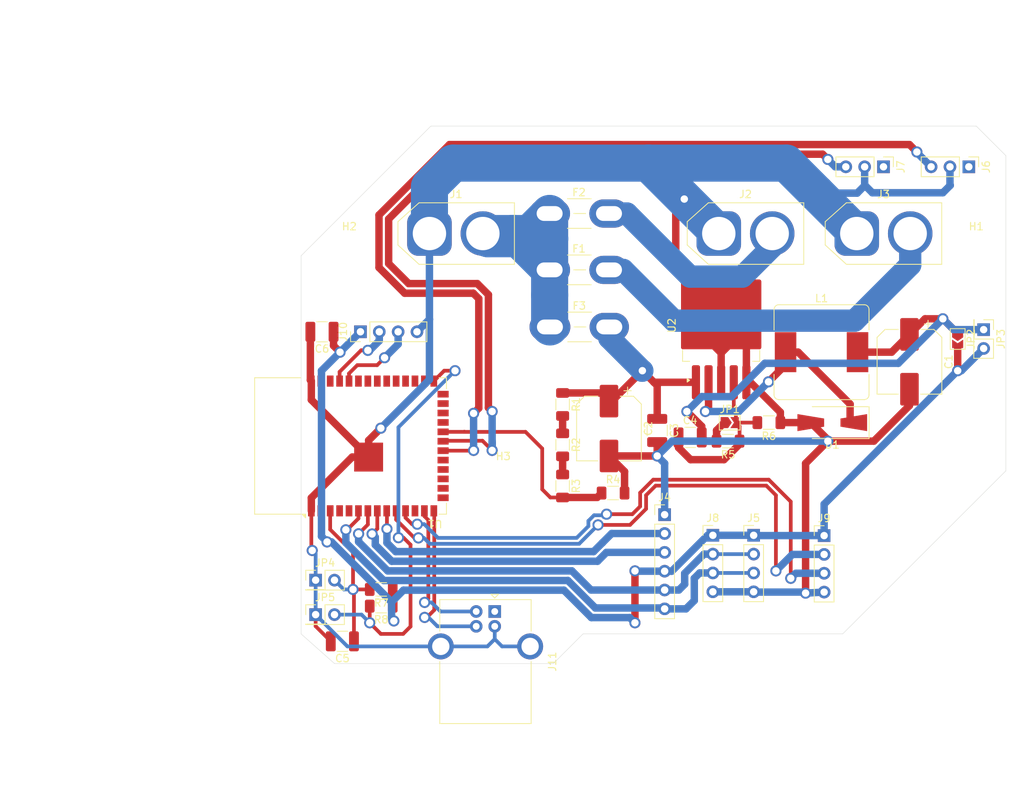
<source format=kicad_pcb>
(kicad_pcb (version 20241229) (generator "pcbnew") (generator_version "9.0")
  (layers (0 "F.Cu" signal) (2 "B.Cu" signal) (13 "F.Paste" user) (15 "B.Paste" user) (5 "F.SilkS" user "F.Silkscreen") (7 "B.SilkS" user "B.Silkscreen") (1 "F.Mask" user) (3 "B.Mask" user) (25 "Edge.Cuts" user))
  (net 0 "")
  (net 1 "GND")
  (net 2 "Net-(J1-Pin_2)")
  (net 3 "Net-(J2-Pin_2)")
  (net 4 "Net-(J3-Pin_2)")
  (net 5 "+BATT")
  (net 6 "Net-(JP1-A)")
  (net 7 "Net-(JP1-B)")
  (net 8 "+3V3")
  (net 9 "IO16_RXGPS")
  (net 10 "IO12_PWM1")
  (net 13 "IO13_PWM2")
  (net 14 "Net-(R1-Pad2)")
  (net 15 "Net-(R2-Pad2)")
  (net 16 "IO14_BatADC")
  (net 17 "Net-(D1-K)")
  (net 18 "EN")
  (net 19 "TX0")
  (net 20 "RX0")
  (net 21 "IO0")
  (net 22 "IO15_TXGPS")
  (net 29 "IO17_TXMOD")
  (net 45 "IO18_RXMOD")
  (net 47 "IO6_SCL")
  (net 48 "IO7_SDA")
  (net 49 "IO20_D+")
  (net 50 "IO19_D-")
  (footprint "Jumper:SolderJumper-2_P1.3mm_Open_TrianglePad1.0x1.5mm" (layer "F.Cu") (at 184.275 69.5)
    (property "Reference" "JP1")
    (property "Value" "Regulator Adj")
  )
  (footprint "Capacitor_SMD:CP_Elec_8x10.5" (layer "F.Cu") (at 168 70.3 -90)
    (property "Reference" "C2")
    (property "Value" "C")
  )
  (footprint "Connector_PinHeader_2.54mm:PinHeader_1x04_P2.54mm_Vertical" (layer "F.Cu") (at 187.5 84.7)
    (property "Reference" "J5")
    (property "Value" "I2C_1")
  )
  (footprint "Resistor_SMD:R_1206_3216Metric_Pad1.30x1.75mm_HandSolder" (layer "F.Cu") (at 137.3 94.25 180)
    (property "Reference" "R8")
    (property "Value" "R")
  )
  (footprint "Connector_PinHeader_2.54mm:PinHeader_2x01_P2.54mm_Vertical" (layer "F.Cu") (at 128.46 90.75)
    (property "Reference" "JP4")
    (property "Value" "Reset")
  )
  (footprint "Inductor_SMD:L_Bourns_SRR1260" (layer "F.Cu") (at 196.65 60)
    (property "Reference" "L1")
    (property "Value" "L")
  )
  (footprint "Connector_AMASS:AMASS_XT60-F_1x02_P7.20mm_Vertical" (layer "F.Cu") (at 182.8 44)
    (property "Reference" "J2")
    (property "Value" "BLDC1 POWER")
  )
  (footprint "Resistor_SMD:R_1206_3216Metric_Pad1.30x1.75mm_HandSolder" (layer "F.Cu") (at 168.55 79)
    (property "Reference" "R4")
    (property "Value" "R")
  )
  (footprint "Resistor_SMD:R_1206_3216Metric_Pad1.30x1.75mm_HandSolder" (layer "F.Cu") (at 161.75 67.05 -90)
    (property "Reference" "R1")
    (property "Value" "R")
  )
  (footprint "Capacitor_SMD:C_1210_3225Metric_Pad1.33x2.70mm_HandSolder" (layer "F.Cu") (at 132.0625 99 180)
    (property "Reference" "C5")
    (property "Value" "C")
  )
  (footprint "Connector_PinHeader_2.54mm:PinHeader_1x03_P2.54mm_Vertical" (layer "F.Cu") (at 205 35 -90)
    (property "Reference" "J7")
    (property "Value" "BLDC2 PWM")
  )
  (footprint "Connector_PinHeader_2.54mm:PinHeader_1x03_P2.54mm_Vertical" (layer "F.Cu") (at 216.5 35 -90)
    (property "Reference" "J6")
    (property "Value" "BLDC1 PWM")
  )
  (footprint "Fuse:Fuse_Blade_Mini_directSolder" (layer "F.Cu") (at 160 48.9)
    (property "Reference" "F1")
    (property "Value" "Fuse")
  )
  (footprint "Fuse:Fuse_Blade_Mini_directSolder" (layer "F.Cu") (at 160.04 56.6)
    (property "Reference" "F3")
    (property "Value" "Fuse")
  )
  (footprint "Capacitor_SMD:CP_Elec_8x10.5" (layer "F.Cu") (at 208.5 61.3 -90)
    (property "Reference" "C1")
    (property "Value" "C_Polarized")
  )
  (footprint "Connector_USB:USB_B_OST_USB-B1HSxx_Horizontal" (layer "F.Cu") (at 152.6 94.975 -90)
    (property "Reference" "J11")
    (property "Value" "USB_B")
  )
  (footprint "Capacitor_SMD:C_1210_3225Metric_Pad1.33x2.70mm_HandSolder" (layer "F.Cu") (at 174.5 70.5625 -90)
    (property "Reference" "C3")
    (property "Value" "C")
  )
  (footprint "Package_TO_SOT_SMD:TO-263-5_TabPin3" (layer "F.Cu") (at 183.12 56.41 90)
    (property "Reference" "U2")
    (property "Value" "LM2596S-ADJ")
  )
  (footprint "Connector_PinHeader_2.54mm:PinHeader_2x01_P2.54mm_Vertical" (layer "F.Cu") (at 128.46 95.4)
    (property "Reference" "JP5")
    (property "Value" "Boot")
  )
  (footprint "Connector_PinHeader_2.54mm:PinHeader_1x04_P2.54mm_Vertical" (layer "F.Cu") (at 182 84.7)
    (property "Reference" "J8")
    (property "Value" "I2C_2")
  )
  (footprint "Resistor_SMD:R_1206_3216Metric_Pad1.30x1.75mm_HandSolder" (layer "F.Cu") (at 184.05 72 180)
    (property "Reference" "R5")
    (property "Value" "R")
  )
  (footprint "Resistor_SMD:R_1206_3216Metric_Pad1.30x1.75mm_HandSolder" (layer "F.Cu") (at 161.75 78.05 -90)
    (property "Reference" "R3")
    (property "Value" "R")
  )
  (footprint "Connector_AMASS:AMASS_XT60-M_1x02_P7.20mm_Vertical" (layer "F.Cu") (at 143.8 44)
    (property "Reference" "J1")
    (property "Value" "battery supply")
  )
  (footprint "Connector_PinHeader_2.54mm:PinHeader_1x06_P2.54mm_Vertical" (layer "F.Cu") (at 175.5 81.92)
    (property "Reference" "J4")
    (property "Value" "GPS_MAG")
  )
  (footprint "Connector_PinHeader_2.54mm:PinHeader_1x04_P2.54mm_Vertical" (layer "F.Cu") (at 134.5 57.25 90)
    (property "Reference" "J10")
    (property "Value" "SERIAL0")
  )
  (footprint "MountingHole:MountingHole_3.2mm_M3" (layer "F.Cu") (at 153.75 78.25)
    (property "Reference" "H3")
    (property "Value" "MountingHole")
  )
  (footprint "MountingHole:MountingHole_3.2mm_M3" (layer "F.Cu") (at 217.5 47.25)
    (property "Reference" "H1")
    (property "Value" "MountingHole")
  )
  (footprint "Capacitor_SMD:C_1210_3225Metric_Pad1.33x2.70mm_HandSolder" (layer "F.Cu") (at 129.3125 57.25 180)
    (property "Reference" "C6")
    (property "Value" "C")
  )
  (footprint "Connector_PinHeader_2.54mm:PinHeader_1x04_P2.54mm_Vertical" (layer "F.Cu") (at 197 84.74)
    (property "Reference" "J9")
    (property "Value" "MOD_SERIAL")
  )
  (footprint "Resistor_SMD:R_1206_3216Metric_Pad1.30x1.75mm_HandSolder" (layer "F.Cu") (at 161.75 72.5 -90)
    (property "Reference" "R2")
    (property "Value" "R")
  )
  (footprint "Diode_SMD:D_SMA-SMB_Universal_Handsoldering" (layer "F.Cu") (at 198.1 69.5 180)
    (property "Reference" "D1")
    (property "Value" "D_Schottky")
  )
  (footprint "RF_Module:ESP32-S3-WROOM-1" (layer "F.Cu") (at 133.14 72.65 90)
    (property "Reference" "U1")
    (property "Value" "ESP32-S3-WROOM-1")
  )
  (footprint "Connector_PinHeader_2.54mm:PinHeader_2x01_P2.54mm_Vertical" (layer "F.Cu") (at 218.5 56.96 -90)
    (property "Reference" "JP3")
    (property "Value" "3V3_Disconnect_B")
  )
  (footprint "Fuse:Fuse_Blade_Mini_directSolder" (layer "F.Cu") (at 160 41.3)
    (property "Reference" "F2")
    (property "Value" "Fuse")
  )
  (footprint "Jumper:SolderJumper-2_P1.3mm_Open_TrianglePad1.0x1.5mm" (layer "F.Cu") (at 215 58.225 -90)
    (property "Reference" "JP2")
    (property "Value" "3V3_Disconnect")
  )
  (footprint "MountingHole:MountingHole_3.2mm_M3" (layer "F.Cu") (at 133 47.25)
    (property "Reference" "H2")
    (property "Value" "MountingHole")
  )
  (footprint "Connector_AMASS:AMASS_XT60-F_1x02_P7.20mm_Vertical" (layer "F.Cu") (at 201.4 44)
    (property "Reference" "J3")
    (property "Value" "BLDC2 POWER")
  )
  (footprint "Resistor_SMD:R_1206_3216Metric_Pad1.30x1.75mm_HandSolder" (layer "F.Cu") (at 137.3 92 180)
    (property "Reference" "R7")
    (property "Value" "R")
  )
  (footprint "Capacitor_SMD:C_1210_3225Metric_Pad1.33x2.70mm_HandSolder" (layer "F.Cu") (at 178.9375 71.5)
    (property "Reference" "C4")
    (property "Value" "C")
  )
  (footprint "Resistor_SMD:R_1206_3216Metric_Pad1.30x1.75mm_HandSolder" (layer "F.Cu") (at 189.55 69.5 180)
    (property "Reference" "R6")
    (property "Value" "R")
  )
  (gr_line (start 131 102) (end 126.5 98) (stroke (width 0.05)) (layer "Edge.Cuts"))
  (gr_line (start 221.5 33.5) (end 221.5 76) (stroke (width 0.05)) (layer "Edge.Cuts"))
  (gr_line (start 160.5 102) (end 164.5 98) (stroke (width 0.05)) (layer "Edge.Cuts"))
  (gr_line (start 127 46.5) (end 144 29.5) (stroke (width 0.05)) (layer "Edge.Cuts"))
  (gr_line (start 164.5 98) (end 199.5 98) (stroke (width 0.05)) (layer "Edge.Cuts"))
  (gr_line (start 126.5 47) (end 127 46.5) (stroke (width 0.05)) (layer "Edge.Cuts"))
  (gr_line (start 160.5 102) (end 131 102) (stroke (width 0.05)) (layer "Edge.Cuts"))
  (gr_line (start 126.5 98) (end 126.5 47) (stroke (width 0.05)) (layer "Edge.Cuts"))
  (gr_line (start 144 29.5) (end 217.5 29.5) (stroke (width 0.05)) (layer "Edge.Cuts"))
  (gr_line (start 217.5 29.5) (end 221.5 33.5) (stroke (width 0.05)) (layer "Edge.Cuts"))
  (gr_line (start 199.5 98) (end 221.5 76) (stroke (width 0.05)) (layer "Edge.Cuts"))
  (segment (start 170.1 79) (end 170.1 76.1) (width 1) (layer "F.Cu") (net 1))
  (segment (start 194.5 75) (end 197.5 72) (width 1) (layer "F.Cu") (net 1))
  (segment (start 183.12 64.06) (end 183.12 60.11) (width 1) (layer "F.Cu") (net 1))
  (segment (start 197.5 71.8) (end 195.2 69.5) (width 1) (layer "F.Cu") (net 1))
  (segment (start 177 49) (end 180.345 52.345) (width 1) (layer "F.Cu") (net 1))
  (segment (start 168 74) (end 174.5 74) (width 1) (layer "F.Cu") (net 1))
  (segment (start 135.6 74.15) (end 133.38 74.15) (width 1) (layer "F.Cu") (net 1))
  (segment (start 208.5 67.2) (end 203.7 72) (width 1) (layer "F.Cu") (net 1))
  (segment (start 177 40.5) (end 177 49) (width 1) (layer "F.Cu") (net 1))
  (segment (start 194.5 92.5) (end 194.5 75) (width 1) (layer "F.Cu") (net 1))
  (segment (start 133.38 74.15) (end 127.88 79.65) (width 1) (layer "F.Cu") (net 1))
  (segment (start 128.46 95.4) (end 128.46 96.96) (width 0.5) (layer "F.Cu") (net 1))
  (segment (start 128 86.75) (end 127.88 86.63) (width 0.5) (layer "F.Cu") (net 1))
  (segment (start 127.88 86.63) (end 127.88 81.4) (width 0.5) (layer "F.Cu") (net 1))
  (segment (start 186.52 57.96) (end 185.895 57.335) (width 1) (layer "F.Cu") (net 1))
  (segment (start 186.52 64.06) (end 186.52 57.96) (width 1) (layer "F.Cu") (net 1))
  (segment (start 178.15 39.35) (end 177 40.5) (width 1) (layer "F.Cu") (net 1))
  (segment (start 195.2 69.5) (end 191.1 69.5) (width 1) (layer "F.Cu") (net 1))
  (segment (start 208.5 65) (end 208.5 67.2) (width 1) (layer "F.Cu") (net 1))
  (segment (start 203.7 72) (end 197.7 72) (width 1) (layer "F.Cu") (net 1))
  (segment (start 197.5 72) (end 197.5 71.8) (width 1) (layer "F.Cu") (net 1))
  (segment (start 135.6 71.9) (end 137.25 70.25) (width 1) (layer "F.Cu") (net 1))
  (segment (start 127.88 79.65) (end 127.88 81.4) (width 1) (layer "F.Cu") (net 1))
  (segment (start 135.6 74.15) (end 135.6 71.9) (width 1) (layer "F.Cu") (net 1))
  (segment (start 127.88 66.43) (end 127.88 63.9) (width 1) (layer "F.Cu") (net 1))
  (segment (start 197.7 72) (end 197.7 72) (width 1) (layer "F.Cu") (net 1))
  (segment (start 170 79.1) (end 170.1 79) (width 1) (layer "F.Cu") (net 1))
  (segment (start 180.345 52.345) (end 180.345 52.485) (width 1) (layer "F.Cu") (net 1))
  (segment (start 186.52 64.06) (end 187.06 64.06) (width 1) (layer "F.Cu") (net 1))
  (segment (start 127.75 57.25) (end 127.75 63.77) (width 1) (layer "F.Cu") (net 1))
  (segment (start 127.75 63.77) (end 127.88 63.9) (width 1) (layer "F.Cu") (net 1))
  (segment (start 170.1 76.1) (end 168 74) (width 1) (layer "F.Cu") (net 1))
  (segment (start 183.12 60.11) (end 185.895 57.335) (width 1) (layer "F.Cu") (net 1))
  (segment (start 187.06 64.06) (end 191.1 68.1) (width 1) (layer "F.Cu") (net 1))
  (segment (start 183.12 60.11) (end 180.345 57.335) (width 1) (layer "F.Cu") (net 1))
  (segment (start 191.1 68.1) (end 191.1 69.5) (width 1) (layer "F.Cu") (net 1))
  (segment (start 135.6 74.15) (end 127.88 66.43) (width 1) (layer "F.Cu") (net 1))
  (segment (start 128.46 96.96) (end 130.5 99) (width 0.5) (layer "F.Cu") (net 1))
  (segment (start 197.7 72) (end 197.5 72) (width 1) (layer "F.Cu") (net 1))
  (segment (start 174.5 72.125) (end 174.5 74) (width 1) (layer "F.Cu") (net 1))
  (via (at 178.15 39.35) (size 1.5) (drill 1) (layers "F.Cu" "B.Cu") (net 1))
  (via (at 197.5 72) (size 1.5) (drill 1) (layers "F.Cu" "B.Cu") (net 1))
  (via (at 137.25 70.25) (size 1.5) (drill 1) (layers "F.Cu" "B.Cu") (net 1))
  (via (at 174.5 74) (size 1.5) (drill 1) (layers "F.Cu" "B.Cu") (net 1))
  (via (at 128 86.75) (size 1.5) (drill 1) (layers "F.Cu" "B.Cu") (net 1))
  (via (at 194.5 92.5) (size 1.5) (drill 1) (layers "F.Cu" "B.Cu") (net 1))
  (segment (start 128.46 95.4) (end 128.46 90.75) (width 0.5) (layer "B.Cu") (net 1))
  (segment (start 145.33 99.685) (end 151.615 99.685) (width 0.5) (layer "B.Cu") (net 1))
  (segment (start 214 37.5) (end 213.96 37.46) (width 1) (layer "B.Cu") (net 1))
  (segment (start 132.745 99.685) (end 128.46 95.4) (width 0.5) (layer "B.Cu") (net 1))
  (segment (start 191.9 34.5) (end 195.95 38.55) (width 5) (layer "B.Cu") (net 1))
  (segment (start 128.46 87.21) (end 128 86.75) (width 0.5) (layer "B.Cu") (net 1))
  (segment (start 176.5 72) (end 174.5 74) (width 1) (layer "B.Cu") (net 1))
  (segment (start 194.5 92.36) (end 187.54 92.36) (width 1) (layer "B.Cu") (net 1))
  (segment (start 203.5 38.5) (end 213 38.5) (width 1) (layer "B.Cu") (net 1))
  (segment (start 173.3 34.5) (end 182.8 44) (width 5) (layer "B.Cu") (net 1))
  (segment (start 197.5 72) (end 176.5 72) (width 1) (layer "B.Cu") (net 1))
  (segment (start 143.8 63.7) (end 143.8 55.57) (width 1) (layer "B.Cu") (net 1))
  (segment (start 202.54 37.54) (end 203.5 38.5) (width 1) (layer "B.Cu") (net 1))
  (segment (start 143.8 55.57) (end 143.8 44) (width 1) (layer "B.Cu") (net 1))
  (segment (start 128.46 90.75) (end 128.46 87.21) (width 0.5) (layer "B.Cu") (net 1))
  (segment (start 202.46 37.54) (end 201.45 38.55) (width 1) (layer "B.Cu") (net 1))
  (segment (start 213.96 37.46) (end 213.96 35) (width 1) (layer "B.Cu") (net 1))
  (segment (start 195.95 38.55) (end 201.4 44) (width 5) (layer "B.Cu") (net 1))
  (segment (start 151.615 99.685) (end 152.6 98.7) (width 0.5) (layer "B.Cu") (net 1))
  (segment (start 213 38.5) (end 214 37.5) (width 1) (layer "B.Cu") (net 1))
  (segment (start 194.5 92.5) (end 197 92.36) (width 1) (layer "B.Cu") (net 1))
  (segment (start 175.5 75) (end 174.5 74) (width 1) (layer "B.Cu") (net 1))
  (segment (start 202.46 37.54) (end 202.54 37.54) (width 1) (layer "B.Cu") (net 1))
  (segment (start 145.33 99.685) (end 132.745 99.685) (width 0.5) (layer "B.Cu") (net 1))
  (segment (start 143.8 44) (end 143.8 37.7) (width 5) (layer "B.Cu") (net 1))
  (segment (start 153.585 99.685) (end 152.6 98.7) (width 0.5) (layer "B.Cu") (net 1))
  (segment (start 152.6 98.7) (end 152.6 96.975) (width 0.5) (layer "B.Cu") (net 1))
  (segment (start 202.46 35) (end 202.46 37.54) (width 1) (layer "B.Cu") (net 1))
  (segment (start 201.45 38.55) (end 195.95 38.55) (width 1) (layer "B.Cu") (net 1))
  (segment (start 175.5 81.92) (end 175.5 75) (width 1) (layer "B.Cu") (net 1))
  (segment (start 187.54 92.36) (end 187.5 92.32) (width 1) (layer "B.Cu") (net 1))
  (segment (start 137.25 70.25) (end 143.8 63.7) (width 1) (layer "B.Cu") (net 1))
  (segment (start 142.12 57.25) (end 143.8 55.57) (width 1) (layer "B.Cu") (net 1))
  (segment (start 194.5 92.36) (end 194.5 92.5) (width 1) (layer "B.Cu") (net 1))
  (segment (start 143.8 37.7) (end 147 34.5) (width 5) (layer "B.Cu") (net 1))
  (segment (start 173.3 34.5) (end 191.9 34.5) (width 5) (layer "B.Cu") (net 1))
  (segment (start 147 34.5) (end 173.3 34.5) (width 5) (layer "B.Cu") (net 1))
  (segment (start 157.37 99.685) (end 153.585 99.685) (width 0.5) (layer "B.Cu") (net 1))
  (segment (start 182 92.32) (end 187.5 92.32) (width 1) (layer "B.Cu") (net 1))
  (segment (start 151 44) (end 155 44) (width 5) (layer "B.Cu") (net 2))
  (segment (start 160 48.9) (end 155.1 44) (width 5) (layer "B.Cu") (net 2))
  (segment (start 157.3 44) (end 160 41.3) (width 5) (layer "B.Cu") (net 2))
  (segment (start 160 56.56) (end 160.04 56.6) (width 5) (layer "B.Cu") (net 2))
  (segment (start 155 44) (end 157.3 44) (width 5) (layer "B.Cu") (net 2))
  (segment (start 160 44.7) (end 151.7 44.7) (width 5) (layer "B.Cu") (net 2))
  (segment (start 160 48.9) (end 160 52.3) (width 5) (layer "B.Cu") (net 2))
  (segment (start 160 44.7) (end 160 48.9) (width 5) (layer "B.Cu") (net 2))
  (segment (start 160 52.3) (end 160 56.56) (width 5) (layer "B.Cu") (net 2))
  (segment (start 160 41.3) (end 160 44.7) (width 5) (layer "B.Cu") (net 2))
  (segment (start 155.1 44) (end 155 44) (width 5) (layer "B.Cu") (net 2))
  (segment (start 151.7 44.7) (end 151 44) (width 5) (layer "B.Cu") (net 2))
  (segment (start 178.93 49.81) (end 185.98 49.81) (width 3) (layer "B.Cu") (net 3))
  (segment (start 185.98 49.81) (end 190 45.79) (width 3) (layer "B.Cu") (net 3))
  (segment (start 190 45.79) (end 190 44) (width 3) (layer "B.Cu") (net 3))
  (segment (start 168 41.3) (end 170.42 41.3) (width 3) (layer "B.Cu") (net 3))
  (segment (start 170.42 41.3) (end 178.93 49.81) (width 3) (layer "B.Cu") (net 3))
  (segment (start 208.6 48.24264) (end 208.6 44) (width 3) (layer "B.Cu") (net 4))
  (segment (start 169.9 48.9) (end 176.75 55.75) (width 3) (layer "B.Cu") (net 4))
  (segment (start 176.75 55.75) (end 201.09264 55.75) (width 3) (layer "B.Cu") (net 4))
  (segment (start 201.09264 55.75) (end 208.6 48.24264) (width 3) (layer "B.Cu") (net 4))
  (segment (start 168 48.9) (end 169.9 48.9) (width 3) (layer "B.Cu") (net 4))
  (segment (start 174 64) (end 172.5 62.5) (width 1) (layer "F.Cu") (net 5))
  (segment (start 174.5 64.5) (end 174.06 64.06) (width 1) (layer "F.Cu") (net 5))
  (segment (start 174.5 69) (end 174.5 64.5) (width 1) (layer "F.Cu") (net 5))
  (segment (start 168.4 66.6) (end 172.5 62.5) (width 1) (layer "F.Cu") (net 5))
  (segment (start 166.9 65.5) (end 168 66.6) (width 1) (layer "F.Cu") (net 5))
  (segment (start 179.72 64.06) (end 174.06 64.06) (width 1) (layer "F.Cu") (net 5))
  (segment (start 174.06 64.06) (end 174 64) (width 1) (layer "F.Cu") (net 5))
  (segment (start 161.75 65.5) (end 166.9 65.5) (width 1) (layer "F.Cu") (net 5))
  (segment (start 168 66.6) (end 168.4 66.6) (width 1) (layer "F.Cu") (net 5))
  (via (at 172.5 62.5) (size 1.5) (drill 1) (layers "F.Cu" "B.Cu") (net 5))
  (segment (start 172.46 62.5) (end 172.5 62.5) (width 3) (layer "B.Cu") (net 5))
  (segment (start 168.04 56.6) (end 168.04 58.08) (width 3) (layer "B.Cu") (net 5))
  (segment (start 168.04 58.08) (end 172.46 62.5) (width 3) (layer "B.Cu") (net 5))
  (segment (start 206.1 60) (end 208.5 57.6) (width 1) (layer "F.Cu") (net 6))
  (segment (start 182.5 72) (end 182.5 70.545) (width 1) (layer "F.Cu") (net 6))
  (segment (start 210.6 55.5) (end 213 55.5) (width 1) (layer "F.Cu") (net 6))
  (segment (start 182.5 72) (end 181 72) (width 1) (layer "F.Cu") (net 6))
  (segment (start 180.5 70) (end 178.5 68) (width 1) (layer "F.Cu") (net 6))
  (segment (start 201.5 60) (end 206.1 60) (width 1) (layer "F.Cu") (net 6))
  (segment (start 182.5 70.545) (end 183.545 69.5) (width 1) (layer "F.Cu") (net 6))
  (segment (start 181 72) (end 180.5 71.5) (width 1) (layer "F.Cu") (net 6))
  (segment (start 180.5 71.5) (end 180.5 70) (width 1) (layer "F.Cu") (net 6))
  (segment (start 213 55.5) (end 215 57.5) (width 1) (layer "F.Cu") (net 6))
  (segment (start 208.5 57.6) (end 210.6 55.5) (width 1) (layer "F.Cu") (net 6))
  (via (at 213 55.5) (size 1.5) (drill 1) (layers "F.Cu" "B.Cu") (net 6))
  (via (at 178.5 68) (size 1.5) (drill 1) (layers "F.Cu" "B.Cu") (net 6))
  (segment (start 178.5 68) (end 180.5 66) (width 1) (layer "B.Cu") (net 6))
  (segment (start 214.46 56.96) (end 213 55.5) (width 1) (layer "B.Cu") (net 6))
  (segment (start 189 61.5) (end 207 61.5) (width 1) (layer "B.Cu") (net 6))
  (segment (start 218.5 56.96) (end 214.46 56.96) (width 1) (layer "B.Cu") (net 6))
  (segment (start 207 61.5) (end 213 55.5) (width 1) (layer "B.Cu") (net 6))
  (segment (start 184.5 66) (end 189 61.5) (width 1) (layer "B.Cu") (net 6))
  (segment (start 180.5 66) (end 184.5 66) (width 1) (layer "B.Cu") (net 6))
  (segment (start 185.104903 67.604903) (end 185.104903 69.5) (width 0.5) (layer "F.Cu") (net 7))
  (segment (start 177.375 72.875) (end 179 74.5) (width 1) (layer "F.Cu") (net 7))
  (segment (start 184.82 67.32) (end 185.104903 67.604903) (width 0.5) (layer "F.Cu") (net 7))
  (segment (start 183.5 74.5) (end 185.6 72.4) (width 1) (layer "F.Cu") (net 7))
  (segment (start 184.82 64.06) (end 184.82 67.32) (width 0.5) (layer "F.Cu") (net 7))
  (segment (start 188 69.5) (end 185.104903 69.5) (width 0.5) (layer "F.Cu") (net 7))
  (segment (start 185.6 69.995097) (end 185.104903 69.5) (width 0.5) (layer "F.Cu") (net 7))
  (segment (start 177.375 71.5) (end 177.375 72.875) (width 1) (layer "F.Cu") (net 7))
  (segment (start 185.6 72) (end 185.6 69.995097) (width 0.5) (layer "F.Cu") (net 7))
  (segment (start 179 74.5) (end 183.5 74.5) (width 1) (layer "F.Cu") (net 7))
  (segment (start 185.6 72.4) (end 185.6 72) (width 1) (layer "F.Cu") (net 7))
  (segment (start 138.85 92) (end 138.85 94.25) (width 0.5) (layer "F.Cu") (net 8))
  (segment (start 130.875 57.25) (end 130.875 59.125) (width 1) (layer "F.Cu") (net 8))
  (segment (start 215 62.5) (end 215 59.304903) (width 1) (layer "F.Cu") (net 8))
  (segment (start 130.875 59.125) (end 131.75 60) (width 1) (layer "F.Cu") (net 8))
  (segment (start 171.5 89.5) (end 171.5 96.5) (width 1) (layer "F.Cu") (net 8))
  (segment (start 138.85 94.25) (end 138.85 96.1) (width 0.5) (layer "F.Cu") (net 8))
  (segment (start 175.46 89.5) (end 175.5 89.54) (width 1) (layer "F.Cu") (net 8))
  (segment (start 130 85.592537) (end 129.15 84.742537) (width 0.5) (layer "F.Cu") (net 8))
  (segment (start 138.85 96.1) (end 139 96.25) (width 0.5) (layer "F.Cu") (net 8))
  (segment (start 129.15 84.742537) (end 129.15 81.4) (width 0.5) (layer "F.Cu") (net 8))
  (via (at 131.75 60) (size 1.5) (drill 1) (layers "F.Cu" "B.Cu") (net 8))
  (via (at 171.5 89.5) (size 1.5) (drill 1) (layers "F.Cu" "B.Cu") (net 8))
  (via (at 171.5 96.5) (size 1.5) (drill 1) (layers "F.Cu" "B.Cu") (net 8))
  (via (at 215 62.5) (size 1.5) (drill 1) (layers "F.Cu" "B.Cu") (net 8))
  (via (at 139 96.25) (size 1.5) (drill 1) (layers "F.Cu" "B.Cu") (net 8))
  (via (at 130 85.592537) (size 1.5) (drill 1) (layers "F.Cu" "B.Cu") (net 8))
  (segment (start 130.592537 85.592537) (end 130 85.592537) (width 1) (layer "B.Cu") (net 8))
  (segment (start 165.623044 95.8) (end 161.923044 92.1) (width 1) (layer "B.Cu") (net 8))
  (segment (start 187.54 84.74) (end 187.5 84.7) (width 1) (layer "B.Cu") (net 8))
  (segment (start 138.7 95.95) (end 139 96.25) (width 1) (layer "B.Cu") (net 8))
  (segment (start 161.923044 92.1) (end 140.3 92.1) (width 1) (layer "B.Cu") (net 8))
  (segment (start 175.5 89.54) (end 176.46 89.54) (width 1) (layer "B.Cu") (net 8))
  (segment (start 175.5 89.54) (end 171.54 89.54) (width 1) (layer "B.Cu") (net 8))
  (segment (start 197 84.74) (end 192.5 84.74) (width 1) (layer "B.Cu") (net 8))
  (segment (start 138.7 93.7) (end 138.7 95.95) (width 1) (layer "B.Cu") (net 8))
  (segment (start 130 85.592537) (end 129.25 84.842537) (width 1) (layer "B.Cu") (net 8))
  (segment (start 171.5 96.5) (end 170.8 95.8) (width 1) (layer "B.Cu") (net 8))
  (segment (start 129.25 62.5) (end 131.75 60) (width 1) (layer "B.Cu") (net 8))
  (segment (start 170.8 95.8) (end 165.623044 95.8) (width 1) (layer "B.Cu") (net 8))
  (segment (start 215 62.5) (end 197 80.5) (width 1) (layer "B.Cu") (net 8))
  (segment (start 215.5 62.5) (end 215 62.5) (width 1) (layer "B.Cu") (net 8))
  (segment (start 218.5 59.5) (end 215.5 62.5) (width 1) (layer "B.Cu") (net 8))
  (segment (start 140.3 92.1) (end 138.7 93.7) (width 1) (layer "B.Cu") (net 8))
  (segment (start 192.5 84.74) (end 187.54 84.74) (width 1) (layer "B.Cu") (net 8))
  (segment (start 129.25 84.842537) (end 129.25 62.5) (width 1) (layer "B.Cu") (net 8))
  (segment (start 176.46 89.54) (end 181.3 84.7) (width 1) (layer "B.Cu") (net 8))
  (segment (start 182 84.7) (end 187.5 84.7) (width 1) (layer "B.Cu") (net 8))
  (segment (start 171.54 89.54) (end 171.5 89.5) (width 1) (layer "B.Cu") (net 8))
  (segment (start 131.75 60) (end 134.5 57.25) (width 1) (layer "B.Cu") (net 8))
  (segment (start 138.7 93.7) (end 130.592537 85.592537) (width 1) (layer "B.Cu") (net 8))
  (segment (start 197 80.5) (end 197 84.74) (width 1) (layer "B.Cu") (net 8))
  (segment (start 139.125 96.375) (end 139 96.25) (width 1) (layer "B.Cu") (net 8))
  (segment (start 181.3 84.7) (end 182 84.7) (width 1) (layer "B.Cu") (net 8))
  (segment (start 138.069764 83.843298) (end 138.07 83.843062) (width 0.5) (layer "F.Cu") (net 9))
  (segment (start 138.07 83.843062) (end 138.07 81.43) (width 0.5) (layer "F.Cu") (net 9))
  (segment (start 138.07 81.43) (end 138.04 81.4) (width 0.5) (layer "F.Cu") (net 9))
  (via (at 138.069764 83.843298) (size 1.5) (drill 1) (layers "F.Cu" "B.Cu") (net 9))
  (segment (start 138.069764 85.714438) (end 139.254326 86.899) (width 1) (layer "B.Cu") (net 9))
  (segment (start 168.363044 84.46) (end 175.5 84.46) (width 1) (layer "B.Cu") (net 9))
  (segment (start 167.124044 85.699) (end 168.363044 84.46) (width 1) (layer "B.Cu") (net 9))
  (segment (start 165.92263 86.899) (end 167.12263 85.699) (width 1) (layer "B.Cu") (net 9))
  (segment (start 138.069764 83.843298) (end 138.069764 85.714438) (width 1) (layer "B.Cu") (net 9))
  (segment (start 167.12263 85.699) (end 167.124044 85.699) (width 1) (layer "B.Cu") (net 9))
  (segment (start 139.254326 86.899) (end 165.92263 86.899) (width 1) (layer "B.Cu") (net 9))
  (segment (start 149.711522 52.05) (end 150.45 52.788478) (width 1) (layer "F.Cu") (net 10))
  (segment (start 209.5 33) (end 208.5 32) (width 1) (layer "F.Cu") (net 10))
  (segment (start 150.45 67.55) (end 149.75 68.25) (width 1) (layer "F.Cu") (net 10))
  (segment (start 140.461522 52.05) (end 149.711522 52.05) (width 1) (layer "F.Cu") (net 10))
  (segment (start 145.64 73.285) (end 149.715 73.285) (width 0.5) (layer "F.Cu") (net 10))
  (segment (start 137 48.588478) (end 140.461522 52.05) (width 1) (layer "F.Cu") (net 10))
  (segment (start 208.5 32) (end 146.5 32) (width 1) (layer "F.Cu") (net 10))
  (segment (start 150.45 52.788478) (end 150.45 67.55) (width 1) (layer "F.Cu") (net 10))
  (segment (start 137 41.5) (end 137 48.588478) (width 1) (layer "F.Cu") (net 10))
  (segment (start 146.5 32) (end 137 41.5) (width 1) (layer "F.Cu") (net 10))
  (segment (start 149.715 73.285) (end 149.75 73.25) (width 0.5) (layer "F.Cu") (net 10))
  (via (at 149.75 68.25) (size 1.5) (drill 1) (layers "F.Cu" "B.Cu") (net 10))
  (via (at 209.5 33) (size 1.5) (drill 1) (layers "F.Cu" "B.Cu") (net 10))
  (via (at 149.75 73.25) (size 1.5) (drill 1) (layers "F.Cu" "B.Cu") (net 10))
  (segment (start 209.42 33) (end 209.5 33.08) (width 1) (layer "B.Cu") (net 10))
  (segment (start 149.75 68.25) (end 149.75 73.25) (width 1) (layer "B.Cu") (net 10))
  (segment (start 211.42 35) (end 209.5 33.08) (width 1) (layer "B.Cu") (net 10))
  (segment (start 209.5 33.08) (end 209.5 33) (width 1) (layer "B.Cu") (net 10))
  (segment (start 209.5 33) (end 209.42 33) (width 1) (layer "B.Cu") (net 10))
  (segment (start 147.038478 33.3) (end 138.3 42.038478) (width 1) (layer "F.Cu") (net 13))
  (segment (start 196.8 33.3) (end 147.038478 33.3) (width 1) (layer "F.Cu") (net 13))
  (segment (start 150.25 50.75) (end 151.75 52.25) (width 1) (layer "F.Cu") (net 13))
  (segment (start 152.25 73.25) (end 150.95 71.95) (width 0.5) (layer "F.Cu") (net 13))
  (segment (start 151.75 67.5) (end 152.25 68) (width 1) (layer "F.Cu") (net 13))
  (segment (start 145.705 71.95) (end 145.64 72.015) (width 0.5) (layer "F.Cu") (net 13))
  (segment (start 138.3 48.05) (end 141 50.75) (width 1) (layer "F.Cu") (net 13))
  (segment (start 138.3 42.038478) (end 138.3 48.05) (width 1) (layer "F.Cu") (net 13))
  (segment (start 141 50.75) (end 150.25 50.75) (width 1) (layer "F.Cu") (net 13))
  (segment (start 197.5 34) (end 196.8 33.3) (width 1) (layer "F.Cu") (net 13))
  (segment (start 151.75 52.25) (end 151.75 67.5) (width 1) (layer "F.Cu") (net 13))
  (segment (start 150.95 71.95) (end 145.705 71.95) (width 0.5) (layer "F.Cu") (net 13))
  (via (at 197.5 34) (size 1.5) (drill 1) (layers "F.Cu" "B.Cu") (net 13))
  (via (at 152.25 68) (size 1.5) (drill 1) (layers "F.Cu" "B.Cu") (net 13))
  (via (at 152.25 73.25) (size 1.5) (drill 1) (layers "F.Cu" "B.Cu") (net 13))
  (segment (start 198.5 35) (end 197.5 34) (width 1) (layer "B.Cu") (net 13))
  (segment (start 152.25 68) (end 152.25 73.25) (width 1) (layer "B.Cu") (net 13))
  (segment (start 199.92 35) (end 198.5 35) (width 1) (layer "B.Cu") (net 13))
  (segment (start 152.25 72.25) (end 152.25 72) (width 1) (layer "B.Cu") (net 13))
  (segment (start 152.25 73.25) (end 152.25 72.25) (width 1) (layer "B.Cu") (net 13))
  (segment (start 161.75 68.6) (end 161.75 70.95) (width 1) (layer "F.Cu") (net 14))
  (segment (start 161.75 76.5) (end 161.75 74.05) (width 1) (layer "F.Cu") (net 15))
  (segment (start 159 73) (end 156.75 70.75) (width 0.5) (layer "F.Cu") (net 16))
  (segment (start 161.75 79.6) (end 166.4 79.6) (width 1) (layer "F.Cu") (net 16))
  (segment (start 156.75 70.75) (end 148.51 70.75) (width 0.5) (layer "F.Cu") (net 16))
  (segment (start 148.51 70.75) (end 148.505 70.745) (width 0.5) (layer "F.Cu") (net 16))
  (segment (start 166.4 79.6) (end 167 79) (width 1) (layer "F.Cu") (net 16))
  (segment (start 161.75 79.6) (end 160.1 79.6) (width 0.5) (layer "F.Cu") (net 16))
  (segment (start 160.1 79.6) (end 159 78.5) (width 0.5) (layer "F.Cu") (net 16))
  (segment (start 159 78.5) (end 159 73) (width 0.5) (layer "F.Cu") (net 16))
  (segment (start 148.505 70.745) (end 145.64 70.745) (width 0.5) (layer "F.Cu") (net 16))
  (segment (start 201 69.5) (end 200.5 69) (width 1) (layer "F.Cu") (net 17))
  (segment (start 181.42 64.06) (end 181.42 67.58) (width 1) (layer "F.Cu") (net 17))
  (segment (start 193.5 60) (end 191.8 60) (width 1) (layer "F.Cu") (net 17))
  (segment (start 181.42 67.58) (end 181 68) (width 1) (layer "F.Cu") (net 17))
  (segment (start 191.8 60) (end 191.8 61.7) (width 1) (layer "F.Cu") (net 17))
  (segment (start 191.8 61.7) (end 189.5 64) (width 1) (layer "F.Cu") (net 17))
  (segment (start 200.5 67) (end 193.5 60) (width 1) (layer "F.Cu") (net 17))
  (segment (start 200.5 69) (end 200.5 67) (width 1) (layer "F.Cu") (net 17))
  (segment (start 181.4 64.08) (end 181.42 64.06) (width 1) (layer "F.Cu") (net 17))
  (via (at 189.5 64) (size 1.5) (drill 1) (layers "F.Cu" "B.Cu") (net 17))
  (via (at 181 68) (size 1.5) (drill 1) (layers "F.Cu" "B.Cu") (net 17))
  (segment (start 185.5 68) (end 189.5 64) (width 1) (layer "B.Cu") (net 17))
  (segment (start 181 68) (end 185.5 68) (width 1) (layer "B.Cu") (net 17))
  (segment (start 133.5 87) (end 130.42 83.92) (width 0.5) (layer "F.Cu") (net 18))
  (segment (start 133.5 92) (end 133.5 87) (width 0.5) (layer "F.Cu") (net 18))
  (segment (start 133.625 99) (end 133.625 92.125) (width 0.5) (layer "F.Cu") (net 18))
  (segment (start 135.75 92) (end 133.5 92) (width 0.5) (layer "F.Cu") (net 18))
  (segment (start 133.625 92.125) (end 133.5 92) (width 0.5) (layer "F.Cu") (net 18))
  (segment (start 130.42 83.92) (end 130.42 81.4) (width 0.5) (layer "F.Cu") (net 18))
  (via (at 133.5 92) (size 1.5) (drill 1) (layers "F.Cu" "B.Cu") (net 18))
  (segment (start 132.25 92) (end 133.5 92) (width 0.5) (layer "B.Cu") (net 18))
  (segment (start 131 90.75) (end 132.25 92) (width 0.5) (layer "B.Cu") (net 18))
  (segment (start 131.69 63.9) (end 131.69 62.65) (width 0.5) (layer "F.Cu") (net 19))
  (segment (start 131.69 62.65) (end 134.59 59.75) (width 0.5) (layer "F.Cu") (net 19))
  (segment (start 134.59 59.75) (end 135.5 59.75) (width 0.5) (layer "F.Cu") (net 19))
  (via (at 135.5 59.75) (size 1.5) (drill 1) (layers "F.Cu" "B.Cu") (net 19))
  (segment (start 135.5 60) (end 135.75 59.75) (width 1) (layer "B.Cu") (net 19))
  (segment (start 137.04 57.25) (end 137.04 58.46) (width 1) (layer "B.Cu") (net 19))
  (segment (start 135.75 59.75) (end 135.5 59.75) (width 1) (layer "B.Cu") (net 19))
  (segment (start 137.04 58.46) (end 135.75 59.75) (width 1) (layer "B.Cu") (net 19))
  (segment (start 135.5 59.75) (end 135.5 60) (width 1) (layer "B.Cu") (net 19))
  (segment (start 136.75 61.75) (end 137.75 60.75) (width 0.5) (layer "F.Cu") (net 20))
  (segment (start 132.96 62.87) (end 134.08 61.75) (width 0.5) (layer "F.Cu") (net 20))
  (segment (start 134.08 61.75) (end 136.75 61.75) (width 0.5) (layer "F.Cu") (net 20))
  (segment (start 132.96 63.9) (end 132.96 62.87) (width 0.5) (layer "F.Cu") (net 20))
  (via (at 137.75 60.75) (size 1.5) (drill 1) (layers "F.Cu" "B.Cu") (net 20))
  (segment (start 139.58 58.92) (end 137.75 60.75) (width 1) (layer "B.Cu") (net 20))
  (segment (start 139.58 57.25) (end 139.58 58.92) (width 1) (layer "B.Cu") (net 20))
  (segment (start 145.79 62.5) (end 144.39 63.9) (width 0.5) (layer "F.Cu") (net 21))
  (segment (start 147.25 62.5) (end 145.79 62.5) (width 0.5) (layer "F.Cu") (net 21))
  (segment (start 141.25 85.971265) (end 141.25 97) (width 0.5) (layer "F.Cu") (net 21))
  (segment (start 137.25 98) (end 135.75 96.5) (width 0.5) (layer "F.Cu") (net 21))
  (segment (start 139.619764 85.025591) (end 140.304326 85.025591) (width 0.5) (layer "F.Cu") (net 21))
  (segment (start 135.75 96.5) (end 135.75 94.25) (width 0.5) (layer "F.Cu") (net 21))
  (segment (start 140.304326 85.025591) (end 141.25 85.971265) (width 0.5) (layer "F.Cu") (net 21))
  (segment (start 141.25 97) (end 140.25 98) (width 0.5) (layer "F.Cu") (net 21))
  (segment (start 140.25 98) (end 137.25 98) (width 0.5) (layer "F.Cu") (net 21))
  (via (at 135.75 96.5) (size 1.5) (drill 1) (layers "F.Cu" "B.Cu") (net 21))
  (via (at 147.25 62.5) (size 1.5) (drill 1) (layers "F.Cu" "B.Cu") (net 21))
  (via (at 139.619764 85.025591) (size 1.5) (drill 1) (layers "F.Cu" "B.Cu") (net 21))
  (segment (start 139.619764 70.130236) (end 147.25 62.5) (width 0.5) (layer "B.Cu") (net 21))
  (segment (start 139.619764 85.025591) (end 139.619764 70.130236) (width 0.5) (layer "B.Cu") (net 21))
  (segment (start 134.65 95.4) (end 131 95.4) (width 0.5) (layer "B.Cu") (net 21))
  (segment (start 147.25 62.5) (end 147 62.75) (width 0.5) (layer "B.Cu") (net 21))
  (segment (start 135.75 96.5) (end 134.65 95.4) (width 0.5) (layer "B.Cu") (net 21))
  (segment (start 136.77 83.818479) (end 136.77 81.4) (width 0.5) (layer "F.Cu") (net 22))
  (segment (start 136.069241 84.519238) (end 136.77 83.818479) (width 0.5) (layer "F.Cu") (net 22))
  (via (at 136.069241 84.519238) (size 1.5) (drill 1) (layers "F.Cu" "B.Cu") (net 22))
  (segment (start 136.069241 84.519238) (end 136.5 84.949997) (width 1) (layer "B.Cu") (net 22))
  (segment (start 167.661522 87) (end 175.5 87) (width 1) (layer "B.Cu") (net 22))
  (segment (start 136.5 84.949997) (end 136.5 85.984566) (width 1) (layer "B.Cu") (net 22))
  (segment (start 136.5 85.984566) (end 138.715434 88.2) (width 1) (layer "B.Cu") (net 22))
  (segment (start 166.461522 88.2) (end 167.661522 87) (width 1) (layer "B.Cu") (net 22))
  (segment (start 138.715434 88.2) (end 166.461522 88.2) (width 1) (layer "B.Cu") (net 22))
  (segment (start 170.832786 83.3) (end 166.525 83.3) (width 0.5) (layer "F.Cu") (net 29))
  (segment (start 173.001 81.131786) (end 170.832786 83.3) (width 0.5) (layer "F.Cu") (net 29))
  (segment (start 189.206692 78.001) (end 174.293308 78.001) (width 0.5) (layer "F.Cu") (net 29))
  (segment (start 173.001 79.293308) (end 173.001 81.131786) (width 0.5) (layer "F.Cu") (net 29))
  (segment (start 141.767032 85.05) (end 139.31 82.592968) (width 0.5) (layer "F.Cu") (net 29))
  (segment (start 190.5 89.5) (end 190.5 79.294308) (width 0.5) (layer "F.Cu") (net 29))
  (segment (start 190.5 79.294308) (end 189.206692 78.001) (width 0.5) (layer "F.Cu") (net 29))
  (segment (start 139.31 82.592968) (end 139.31 81.4) (width 0.5) (layer "F.Cu") (net 29))
  (segment (start 174.293308 78.001) (end 173.001 79.293308) (width 0.5) (layer "F.Cu") (net 29))
  (segment (start 142.315296 85.05) (end 141.767032 85.05) (width 0.5) (layer "F.Cu") (net 29))
  (via (at 166.525 83.3) (size 1.5) (drill 1) (layers "F.Cu" "B.Cu") (net 29))
  (via (at 190.5 89.5) (size 1.5) (drill 1) (layers "F.Cu" "B.Cu") (net 29))
  (via (at 142.315296 85.05) (size 1.5) (drill 1) (layers "F.Cu" "B.Cu") (net 29))
  (segment (start 192.72 87.28) (end 190.5 89.5) (width 1) (layer "B.Cu") (net 29))
  (segment (start 197 87.28) (end 192.72 87.28) (width 1) (layer "B.Cu") (net 29))
  (segment (start 163.977 85.848) (end 166.525 83.3) (width 0.5) (layer "B.Cu") (net 29))
  (segment (start 143.05 85.05) (end 143.848 85.848) (width 0.5) (layer "B.Cu") (net 29))
  (segment (start 143.848 85.848) (end 163.977 85.848) (width 0.5) (layer "B.Cu") (net 29))
  (segment (start 190.5 89.5) (end 190.75 89.25) (width 1) (layer "B.Cu") (net 29))
  (segment (start 142.315296 85.05) (end 143.05 85.05) (width 0.5) (layer "B.Cu") (net 29))
  (segment (start 141.45 83.2) (end 140.58 82.33) (width 0.5) (layer "F.Cu") (net 45))
  (segment (start 192.5 80.161522) (end 189.538478 77.2) (width 0.5) (layer "F.Cu") (net 45))
  (segment (start 173.961522 77.2) (end 172.2 78.961522) (width 0.5) (layer "F.Cu") (net 45))
  (segment (start 140.58 82.33) (end 140.58 81.4) (width 0.5) (layer "F.Cu") (net 45))
  (segment (start 142.155692 83.2) (end 141.45 83.2) (width 0.5) (layer "F.Cu") (net 45))
  (segment (start 172.2 80.8) (end 171.15 81.85) (width 0.5) (layer "F.Cu") (net 45))
  (segment (start 171.15 81.85) (end 167.675 81.85) (width 0.5) (layer "F.Cu") (net 45))
  (segment (start 172.2 78.961522) (end 172.2 80.8) (width 0.5) (layer "F.Cu") (net 45))
  (segment (start 189.538478 77.2) (end 173.961522 77.2) (width 0.5) (layer "F.Cu") (net 45))
  (segment (start 192.5 90.5) (end 192.5 80.161522) (width 0.5) (layer "F.Cu") (net 45))
  (via (at 167.675 81.85) (size 1.5) (drill 1) (layers "F.Cu" "B.Cu") (net 45))
  (via (at 192.5 90.5) (size 1.5) (drill 1) (layers "F.Cu" "B.Cu") (net 45))
  (via (at 142.155692 83.2) (size 1.5) (drill 1) (layers "F.Cu" "B.Cu") (net 45))
  (segment (start 197 89.82) (end 193.18 89.82) (width 1) (layer "B.Cu") (net 45))
  (segment (start 163.645214 85.047) (end 165.224 83.468214) (width 0.5) (layer "B.Cu") (net 45))
  (segment (start 165.224 82.761108) (end 165.986108 81.999) (width 0.5) (layer "B.Cu") (net 45))
  (segment (start 143.10021 83.2) (end 144.94721 85.047) (width 0.5) (layer "B.Cu") (net 45))
  (segment (start 193.18 89.82) (end 192.5 90.5) (width 1) (layer "B.Cu") (net 45))
  (segment (start 165.986108 81.999) (end 167.063892 81.999) (width 0.5) (layer "B.Cu") (net 45))
  (segment (start 165.224 83.468214) (end 165.224 82.761108) (width 0.5) (layer "B.Cu") (net 45))
  (segment (start 144.94721 85.047) (end 163.645214 85.047) (width 0.5) (layer "B.Cu") (net 45))
  (segment (start 142.155692 83.2) (end 143.10021 83.2) (width 0.5) (layer "B.Cu") (net 45))
  (segment (start 167.294946 82.230054) (end 167.675 81.85) (width 0.5) (layer "B.Cu") (net 45))
  (segment (start 167.063892 81.999) (end 167.294946 82.230054) (width 0.5) (layer "B.Cu") (net 45))
  (segment (start 132.699969 83.960031) (end 134.23 82.43) (width 0.5) (layer "F.Cu") (net 47))
  (segment (start 132.532897 83.960031) (end 132.699969 83.960031) (width 0.5) (layer "F.Cu") (net 47))
  (segment (start 134.23 82.43) (end 134.23 81.4) (width 0.5) (layer "F.Cu") (net 47))
  (via (at 132.532897 83.960031) (size 1.5) (drill 1) (layers "F.Cu" "B.Cu") (net 47))
  (segment (start 132.532897 83.960031) (end 132.532897 85.694419) (width 1) (layer "B.Cu") (net 47))
  (segment (start 179.5 90.5) (end 180.22 89.78) (width 1) (layer "B.Cu") (net 47))
  (segment (start 179.5 93.5) (end 179.5 90.5) (width 1) (layer "B.Cu") (net 47))
  (segment (start 178.38 94.62) (end 179.5 93.5) (width 1) (layer "B.Cu") (net 47))
  (segment (start 166.161522 94.5) (end 175.38 94.5) (width 1) (layer "B.Cu") (net 47))
  (segment (start 180.22 89.78) (end 182 89.78) (width 1) (layer "B.Cu") (net 47))
  (segment (start 175.38 94.5) (end 175.5 94.62) (width 1) (layer "B.Cu") (net 47))
  (segment (start 175.5 94.62) (end 178.38 94.62) (width 1) (layer "B.Cu") (net 47))
  (segment (start 132.532897 85.694419) (end 137.638478 90.8) (width 1) (layer "B.Cu") (net 47))
  (segment (start 137.638478 90.8) (end 162.461522 90.8) (width 1) (layer "B.Cu") (net 47))
  (segment (start 182 89.78) (end 187.5 89.78) (width 0.5) (layer "B.Cu") (net 47))
  (segment (start 162.461522 90.8) (end 166.161522 94.5) (width 1) (layer "B.Cu") (net 47))
  (segment (start 134.25 84.5) (end 135.5 83.25) (width 0.5) (layer "F.Cu") (net 48))
  (segment (start 135.5 83.25) (end 135.5 81.4) (width 0.5) (layer "F.Cu") (net 48))
  (via (at 134.25 84.5) (size 1.5) (drill 1) (layers "F.Cu" "B.Cu") (net 48))
  (segment (start 180.797919 87.24) (end 182 87.24) (width 1) (layer "B.Cu") (net 48))
  (segment (start 177.42 92.08) (end 178.2 91.3) (width 1) (layer "B.Cu") (net 48))
  (segment (start 182 87.24) (end 187.5 87.24) (width 0.5) (layer "B.Cu") (net 48))
  (segment (start 138.176956 89.5) (end 134.25 85.573044) (width 1) (layer "B.Cu") (net 48))
  (segment (start 134.25 85.573044) (end 134.25 84.5) (width 1) (layer "B.Cu") (net 48))
  (segment (start 178.2 89.837919) (end 180.797919 87.24) (width 1) (layer "B.Cu") (net 48))
  (segment (start 175.5 92.08) (end 165.58 92.08) (width 1) (layer "B.Cu") (net 48))
  (segment (start 165.58 92.08) (end 163 89.5) (width 1) (layer "B.Cu") (net 48))
  (segment (start 178.2 91.3) (end 178.2 89.837919) (width 1) (layer "B.Cu") (net 48))
  (segment (start 175.5 92.08) (end 177.42 92.08) (width 1) (layer "B.Cu") (net 48))
  (segment (start 163 89.5) (end 138.176956 89.5) (width 1) (layer "B.Cu") (net 48))
  (segment (start 144.45 81.46) (end 144.39 81.4) (width 0.5) (layer "F.Cu") (net 49))
  (segment (start 143.45 95.775) (end 144.45 94.775) (width 0.5) (layer "F.Cu") (net 49))
  (segment (start 143.15 95.775) (end 143.45 95.775) (width 0.5) (layer "F.Cu") (net 49))
  (segment (start 144.45 94.775) (end 144.45 81.46) (width 0.5) (layer "F.Cu") (net 49))
  (via (at 143.15 95.775) (size 1.5) (drill 1) (layers "F.Cu" "B.Cu") (net 49))
  (segment (start 144.875 96.975) (end 143.675 95.775) (width 0.5) (layer "B.Cu") (net 49))
  (segment (start 150.1 96.975) (end 144.875 96.975) (width 0.5) (layer "B.Cu") (net 49))
  (segment (start 143.675 95.775) (end 143.15 95.775) (width 0.5) (layer "B.Cu") (net 49))
  (segment (start 143.12 81.4) (end 143.12 82.12) (width 0.5) (layer "F.Cu") (net 50))
  (segment (start 143.649 93.251) (end 143.15 93.75) (width 0.5) (layer "F.Cu") (net 50))
  (segment (start 143.12 82.12) (end 143.649 82.649) (width 0.5) (layer "F.Cu") (net 50))
  (segment (start 143.649 82.649) (end 143.649 93.251) (width 0.5) (layer "F.Cu") (net 50))
  (via (at 143.15 93.75) (size 1.5) (drill 1) (layers "F.Cu" "B.Cu") (net 50))
  (segment (start 145.3 94.975) (end 144.075 93.75) (width 0.5) (layer "B.Cu") (net 50))
  (segment (start 150.1 94.975) (end 145.3 94.975) (width 0.5) (layer "B.Cu") (net 50))
  (segment (start 144.075 93.75) (end 143.15 93.75) (width 0.5) (layer "B.Cu") (net 50))
)
</source>
